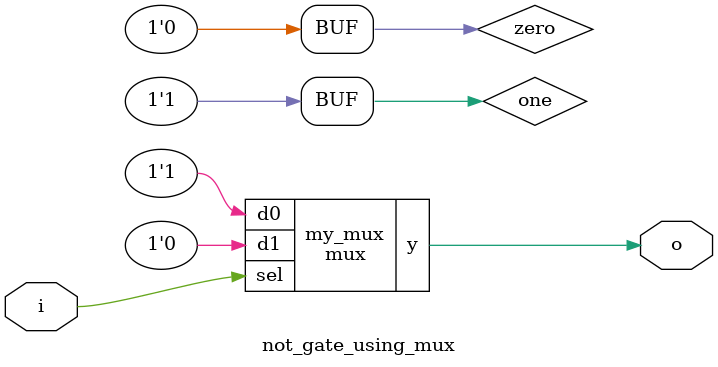
<source format=sv>

module mux
(
  input  d0, d1,
  input  sel,
  output y
);

  assign y = sel ? d1 : d0;

endmodule

//----------------------------------------------------------------------------
// Task
//----------------------------------------------------------------------------

module not_gate_using_mux
(
    input  i,
    output o
);

  // Task:
  // Implement not gate using instance(s) of mux,
  // constants 0 and 1, and wire connections

  wire zero = 1'b0;
  wire one = 1'b1;


  mux my_mux (
    .d0(one),   
    .d1(zero),  
    .sel(i),    
    .y(o)       
  );

endmodule


</source>
